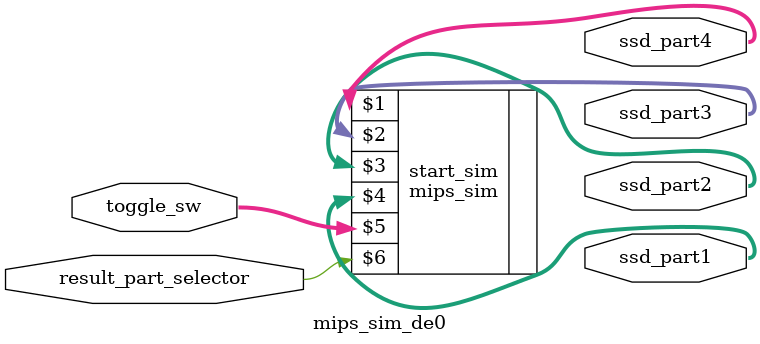
<source format=v>

module mips_sim_de0
(
// {ALTERA_ARGS_BEGIN} DO NOT REMOVE THIS LINE!

	result_part_selector,
	ssd_part1,
	ssd_part2,
	ssd_part3,
	ssd_part4,
	toggle_sw
// {ALTERA_ARGS_END} DO NOT REMOVE THIS LINE!

);

// {ALTERA_IO_BEGIN} DO NOT REMOVE THIS LINE!
input			result_part_selector;
output	[6:0]	ssd_part1;
output	[6:0]	ssd_part2;
output	[6:0]	ssd_part3;
output	[6:0]	ssd_part4;
input	[3:0]	toggle_sw;

// {ALTERA_IO_END} DO NOT REMOVE THIS LINE!
// {ALTERA_MODULE_BEGIN} DO NOT REMOVE THIS LINE!
mips_sim start_sim(ssd_part4, ssd_part3, ssd_part2, ssd_part1, toggle_sw, result_part_selector);
// {ALTERA_MODULE_END} DO NOT REMOVE THIS LINE!
endmodule

</source>
